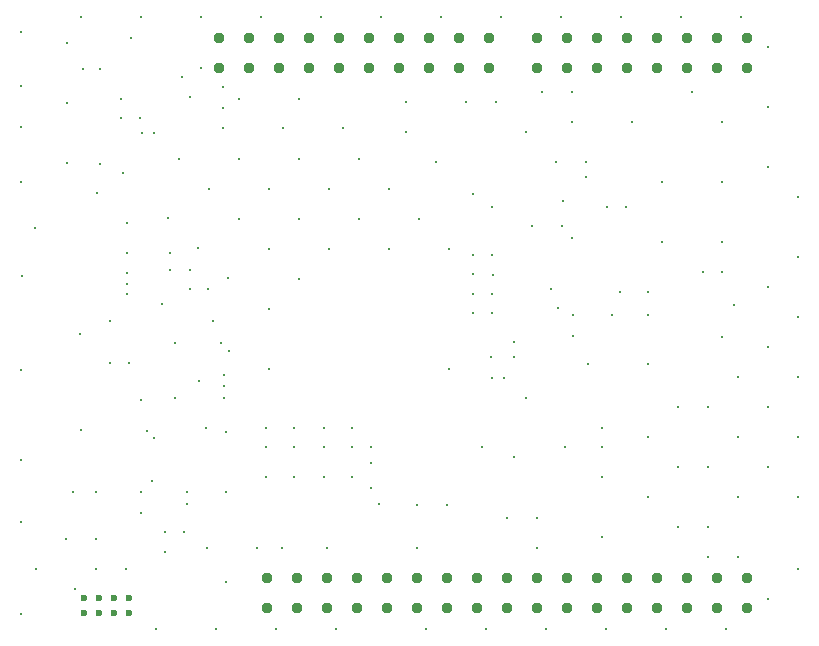
<source format=gbr>
G04 PROTEUS GERBER X2 FILE*
%TF.GenerationSoftware,Labcenter,Proteus,8.11-SP0-Build30052*%
%TF.CreationDate,2021-04-03T13:19:03+00:00*%
%TF.FileFunction,Plated,1,2,PTH*%
%TF.FilePolarity,Positive*%
%TF.Part,Single*%
%TF.SameCoordinates,{922108e3-c2f5-4255-acfc-49fa15b1bd36}*%
%FSLAX45Y45*%
%MOMM*%
G01*
%TA.AperFunction,ViaDrill*%
%ADD149C,0.304800*%
%TA.AperFunction,ComponentDrill*%
%ADD150C,0.600000*%
%TA.AperFunction,ComponentDrill*%
%ADD151C,0.950000*%
%TD.AperFunction*%
D149*
X+989350Y+2331200D03*
X+989350Y+2686800D03*
X+1263000Y+4276850D03*
X+1672250Y+4580550D03*
X+1367450Y+4275750D03*
X+1596375Y+4749925D03*
X+1953950Y+2226375D03*
X+1953950Y+2130800D03*
X+1953950Y+2035550D03*
X+908050Y+4011950D03*
X+1499350Y+3261900D03*
X+5153600Y+1618750D03*
X+4842450Y+1618750D03*
X+4412900Y+2506999D03*
X+4412900Y+2382549D03*
X+2311400Y+1778750D03*
X+2551400Y+1778750D03*
X+2799050Y+1778750D03*
X+3039050Y+1778750D03*
X+3039050Y+1618750D03*
X+1620500Y+895450D03*
X+4724050Y+2950249D03*
X+4821650Y+3490999D03*
X+4901650Y+3383049D03*
X+4064000Y+2914650D03*
X+1933050Y+2497250D03*
X+5018000Y+4025900D03*
X+4064000Y+3759200D03*
X+1948800Y+4490550D03*
X+4787550Y+2794800D03*
X+4229725Y+3074025D03*
X+4224000Y+3244850D03*
X+908050Y+4818400D03*
X+1948800Y+4660900D03*
X+4143950Y+1618750D03*
X+1541200Y+2035550D03*
X+1666300Y+3117700D03*
X+1541200Y+2497250D03*
X+1996500Y+2430650D03*
X+4216400Y+2381250D03*
X+1666300Y+2957700D03*
X+1149350Y+2331200D03*
X+4224000Y+2914650D03*
X+1818700Y+2957700D03*
X+762000Y+4819650D03*
X+4064000Y+3244850D03*
X+4064000Y+3079750D03*
X+1244600Y+4400550D03*
X+1363980Y+1696820D03*
X+1501200Y+3117700D03*
X+3204150Y+1482860D03*
X+3204150Y+1618750D03*
X+1646100Y+1135300D03*
X+1646100Y+1236900D03*
X+1131200Y+3000200D03*
X+1306830Y+1753970D03*
X+2311400Y+1618750D03*
X+2799050Y+1618750D03*
X+692150Y+411400D03*
X+1257300Y+1238350D03*
X+5018000Y+3898900D03*
X+6170100Y+3098799D03*
X+4064000Y+2749550D03*
X+679450Y+1238350D03*
X+1460500Y+730350D03*
X+1460500Y+895450D03*
X+1346200Y+1327250D03*
X+1800225Y+1781275D03*
X+4224000Y+2197100D03*
X+4325600Y+2197100D03*
X+5154350Y+1779500D03*
X+2551400Y+1618750D03*
X+5238750Y+2730500D03*
X+5201900Y+3644900D03*
X+6010100Y+3097092D03*
X+4224000Y+3644900D03*
X+4914900Y+2730500D03*
X+4224000Y+2749550D03*
X+5361900Y+3644900D03*
X+1131200Y+2911300D03*
X+1131200Y+3089100D03*
X+4407150Y+1530000D03*
X+1948800Y+4319100D03*
X+4914900Y+2552700D03*
X+1765300Y+4826000D03*
X+1746250Y+2178050D03*
X+4826000Y+3695700D03*
X+1168400Y+5080000D03*
X+241300Y+5130800D03*
X+241300Y+4670800D03*
X+241300Y+4324350D03*
X+241300Y+3864350D03*
X+355600Y+3467100D03*
X+241650Y+3062000D03*
X+240001Y+2272000D03*
X+240001Y+1510000D03*
X+240250Y+202150D03*
X+1383250Y+77250D03*
X+1891250Y+77250D03*
X+2399250Y+77250D03*
X+2907250Y+77250D03*
X+3669250Y+77250D03*
X+4177250Y+77250D03*
X+4685250Y+77250D03*
X+5193250Y+77250D03*
X+5701250Y+77250D03*
X+6209250Y+77250D03*
X+6564850Y+331250D03*
X+6818850Y+585250D03*
X+1129250Y+585250D03*
X+876300Y+1238350D03*
X+748001Y+1764000D03*
X+1256001Y+2018000D03*
X+735301Y+2570450D03*
X+1433801Y+2830800D03*
X+1865601Y+2684750D03*
X+2336800Y+2781300D03*
X+2336800Y+2273300D03*
X+3860800Y+2273300D03*
X+3606800Y+3543300D03*
X+3098800Y+3543300D03*
X+2590800Y+3543300D03*
X+2336800Y+3289300D03*
X+2082800Y+3543300D03*
X+1828800Y+3797300D03*
X+1574800Y+4051300D03*
X+2082800Y+4051300D03*
X+2590800Y+4051300D03*
X+3098800Y+4051300D03*
X+3352800Y+3797300D03*
X+2844800Y+3797300D03*
X+2336800Y+3797300D03*
X+2456800Y+4319100D03*
X+2964800Y+4319100D03*
X+2590800Y+4559300D03*
X+2082800Y+4559300D03*
X+1485900Y+3556000D03*
X+1739900Y+3302000D03*
X+1993900Y+3048000D03*
X+1104900Y+3937000D03*
X+1131050Y+3261900D03*
X+1131050Y+3515900D03*
X+877050Y+3769900D03*
X+623050Y+4023900D03*
X+623050Y+4531900D03*
X+1084600Y+4400550D03*
X+1084600Y+4565650D03*
X+623050Y+5039900D03*
X+749300Y+5257800D03*
X+1257300Y+5257800D03*
X+1765300Y+5257800D03*
X+2273300Y+5257800D03*
X+2781300Y+5257800D03*
X+3289300Y+5257800D03*
X+3797300Y+5257800D03*
X+4305300Y+5257800D03*
X+4813300Y+5257800D03*
X+5321300Y+5257800D03*
X+5829300Y+5257800D03*
X+6337300Y+5257800D03*
X+6559550Y+5003800D03*
X+6559550Y+4495800D03*
X+6559550Y+3987800D03*
X+6813550Y+3733800D03*
X+6813550Y+3225800D03*
X+6813550Y+2717800D03*
X+6813550Y+2209800D03*
X+6813550Y+1701800D03*
X+6813550Y+1193800D03*
X+6305550Y+1193800D03*
X+6305550Y+685800D03*
X+6051550Y+939800D03*
X+6051550Y+1447800D03*
X+6559550Y+1447800D03*
X+6305550Y+1701800D03*
X+6051550Y+1955800D03*
X+6559550Y+1955800D03*
X+6305550Y+2209800D03*
X+6559550Y+2463800D03*
X+6559550Y+2971800D03*
X+6051550Y+685800D03*
X+5797550Y+939800D03*
X+5543550Y+1193800D03*
X+5797550Y+1447800D03*
X+5543550Y+1701800D03*
X+5797550Y+1955800D03*
X+5153600Y+1364750D03*
X+5153600Y+856750D03*
X+4610100Y+762000D03*
X+4356100Y+1016000D03*
X+4610100Y+1016000D03*
X+3594100Y+762000D03*
X+2451100Y+762000D03*
X+2235200Y+762000D03*
X+2311400Y+1365000D03*
X+2551400Y+1365000D03*
X+2799050Y+1365000D03*
X+3039050Y+1365000D03*
X+3848100Y+1123950D03*
X+3594100Y+1123950D03*
X+4516073Y+2032000D03*
X+5035550Y+2317750D03*
X+5543550Y+2317750D03*
X+5543550Y+2736850D03*
X+6170100Y+2546349D03*
X+6271720Y+2820669D03*
X+5543550Y+2927350D03*
X+5308600Y+2927350D03*
X+6170100Y+3352799D03*
X+6170100Y+3860799D03*
X+6170100Y+4368799D03*
X+5916100Y+4622799D03*
X+5662100Y+3860799D03*
X+5662100Y+3352799D03*
X+5408100Y+4368799D03*
X+4900100Y+4622799D03*
X+4900100Y+4368799D03*
X+4646100Y+4622799D03*
X+4764000Y+4025900D03*
X+4510000Y+4279900D03*
X+4256000Y+4533900D03*
X+4002000Y+4533900D03*
X+3748000Y+4025900D03*
X+3494000Y+4533900D03*
X+3494000Y+4279900D03*
X+1970000Y+470030D03*
X+1970000Y+1231900D03*
X+1970000Y+1739900D03*
X+4567650Y+3490999D03*
X+3204150Y+1269500D03*
X+3270250Y+1130300D03*
X+2832100Y+762000D03*
X+1816100Y+762000D03*
X+240200Y+983249D03*
X+875250Y+585250D03*
X+367250Y+585250D03*
X+621250Y+839250D03*
X+875250Y+839250D03*
X+1257300Y+1060550D03*
X+3860800Y+3289300D03*
X+3352800Y+3289300D03*
X+2844800Y+3289300D03*
X+2590800Y+3035300D03*
D150*
X+1149350Y+208200D03*
X+1149350Y+335200D03*
X+1022350Y+208200D03*
X+1022350Y+335200D03*
X+895350Y+208200D03*
X+895350Y+335200D03*
X+768350Y+208200D03*
X+768350Y+335200D03*
D151*
X+4864100Y+508000D03*
X+5118100Y+508000D03*
X+5372100Y+508000D03*
X+5626100Y+508000D03*
X+5880100Y+508000D03*
X+6134100Y+508000D03*
X+6388100Y+508000D03*
X+4864100Y+254000D03*
X+5118100Y+254000D03*
X+5372100Y+254000D03*
X+5626100Y+254000D03*
X+5880100Y+254000D03*
X+6134100Y+254000D03*
X+6388100Y+254000D03*
X+2324100Y+508000D03*
X+2578100Y+508000D03*
X+2832100Y+508000D03*
X+3086100Y+508000D03*
X+3340100Y+508000D03*
X+3594100Y+508000D03*
X+3848100Y+508000D03*
X+4102100Y+508000D03*
X+4356100Y+508000D03*
X+4610100Y+508000D03*
X+2324100Y+254000D03*
X+2578100Y+254000D03*
X+2832100Y+254000D03*
X+3086100Y+254000D03*
X+3340100Y+254000D03*
X+3594100Y+254000D03*
X+3848100Y+254000D03*
X+4102100Y+254000D03*
X+4356100Y+254000D03*
X+4610100Y+254000D03*
X+1917700Y+5080000D03*
X+2171700Y+5080000D03*
X+2425700Y+5080000D03*
X+2679700Y+5080000D03*
X+2933700Y+5080000D03*
X+3187700Y+5080000D03*
X+3441700Y+5080000D03*
X+3695700Y+5080000D03*
X+3949700Y+5080000D03*
X+4203700Y+5080000D03*
X+1917700Y+4826000D03*
X+2171700Y+4826000D03*
X+2425700Y+4826000D03*
X+2679700Y+4826000D03*
X+2933700Y+4826000D03*
X+3187700Y+4826000D03*
X+3441700Y+4826000D03*
X+3695700Y+4826000D03*
X+3949700Y+4826000D03*
X+4203700Y+4826000D03*
X+4610100Y+5080000D03*
X+4864100Y+5080000D03*
X+5118100Y+5080000D03*
X+5372100Y+5080000D03*
X+5626100Y+5080000D03*
X+5880100Y+5080000D03*
X+6134100Y+5080000D03*
X+6388100Y+5080000D03*
X+4610100Y+4826000D03*
X+4864100Y+4826000D03*
X+5118100Y+4826000D03*
X+5372100Y+4826000D03*
X+5626100Y+4826000D03*
X+5880100Y+4826000D03*
X+6134100Y+4826000D03*
X+6388100Y+4826000D03*
M02*

</source>
